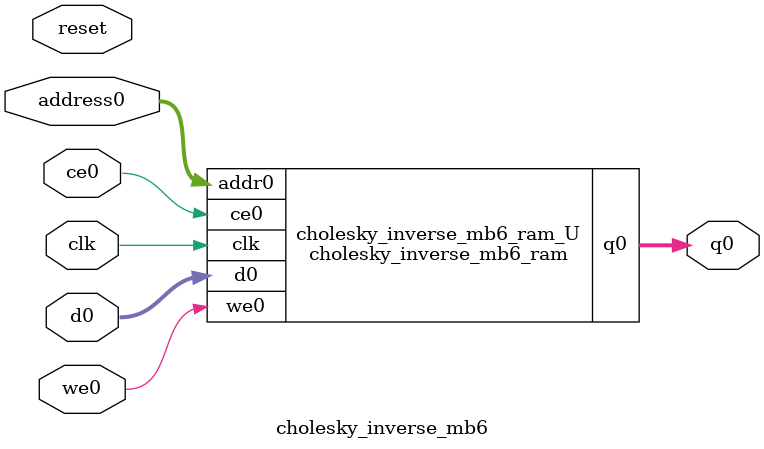
<source format=v>

`timescale 1 ns / 1 ps
module cholesky_inverse_mb6_ram (addr0, ce0, d0, we0, q0,  clk);

parameter DWIDTH = 32;
parameter AWIDTH = 4;
parameter MEM_SIZE = 16;

input[AWIDTH-1:0] addr0;
input ce0;
input[DWIDTH-1:0] d0;
input we0;
output reg[DWIDTH-1:0] q0;
input clk;

(* ram_style = "distributed" *)reg [DWIDTH-1:0] ram[0:MEM_SIZE-1];




always @(posedge clk)  
begin 
    if (ce0) 
    begin
        if (we0) 
        begin 
            ram[addr0] <= d0; 
            q0 <= d0;
        end 
        else 
            q0 <= ram[addr0];
    end
end


endmodule


`timescale 1 ns / 1 ps
module cholesky_inverse_mb6(
    reset,
    clk,
    address0,
    ce0,
    we0,
    d0,
    q0);

parameter DataWidth = 32'd32;
parameter AddressRange = 32'd16;
parameter AddressWidth = 32'd4;
input reset;
input clk;
input[AddressWidth - 1:0] address0;
input ce0;
input we0;
input[DataWidth - 1:0] d0;
output[DataWidth - 1:0] q0;



cholesky_inverse_mb6_ram cholesky_inverse_mb6_ram_U(
    .clk( clk ),
    .addr0( address0 ),
    .ce0( ce0 ),
    .we0( we0 ),
    .d0( d0 ),
    .q0( q0 ));

endmodule


</source>
